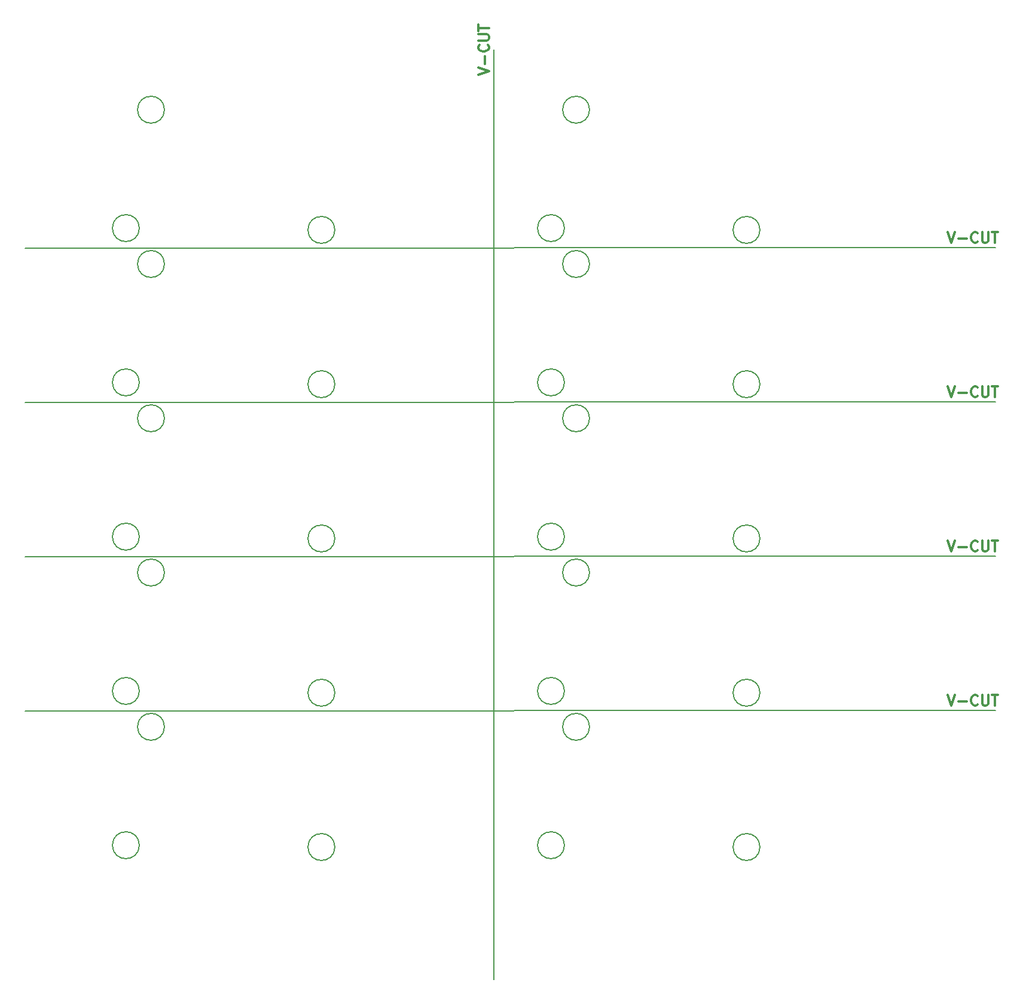
<source format=gbr>
G04 #@! TF.GenerationSoftware,KiCad,Pcbnew,6.0.0-rc1-unknown-240051f~66~ubuntu16.04.1*
G04 #@! TF.CreationDate,2019-05-15T15:01:05+02:00*
G04 #@! TF.ProjectId,m3_2x5_panel,6d335f32-7835-45f7-9061-6e656c2e6b69,rev?*
G04 #@! TF.SameCoordinates,Original*
G04 #@! TF.FileFunction,Other,Comment*
%FSLAX46Y46*%
G04 Gerber Fmt 4.6, Leading zero omitted, Abs format (unit mm)*
G04 Created by KiCad (PCBNEW 6.0.0-rc1-unknown-240051f~66~ubuntu16.04.1) date Mi 15 Mai 2019 15:01:05 CEST*
%MOMM*%
%LPD*%
G01*
G04 APERTURE LIST*
%ADD10C,0.200000*%
%ADD11C,0.300000*%
%ADD12C,0.150000*%
G04 APERTURE END LIST*
D10*
X70612000Y-122783600D02*
X208000600Y-122732800D01*
X70612000Y-100939600D02*
X208000600Y-100888800D01*
X70612000Y-79095600D02*
X208000600Y-79044800D01*
D11*
X201289885Y-120539771D02*
X201789885Y-122039771D01*
X202289885Y-120539771D01*
X202789885Y-121468342D02*
X203932742Y-121468342D01*
X205504171Y-121896914D02*
X205432742Y-121968342D01*
X205218457Y-122039771D01*
X205075600Y-122039771D01*
X204861314Y-121968342D01*
X204718457Y-121825485D01*
X204647028Y-121682628D01*
X204575600Y-121396914D01*
X204575600Y-121182628D01*
X204647028Y-120896914D01*
X204718457Y-120754057D01*
X204861314Y-120611200D01*
X205075600Y-120539771D01*
X205218457Y-120539771D01*
X205432742Y-120611200D01*
X205504171Y-120682628D01*
X206147028Y-120539771D02*
X206147028Y-121754057D01*
X206218457Y-121896914D01*
X206289885Y-121968342D01*
X206432742Y-122039771D01*
X206718457Y-122039771D01*
X206861314Y-121968342D01*
X206932742Y-121896914D01*
X207004171Y-121754057D01*
X207004171Y-120539771D01*
X207504171Y-120539771D02*
X208361314Y-120539771D01*
X207932742Y-122039771D02*
X207932742Y-120539771D01*
X201289885Y-98695771D02*
X201789885Y-100195771D01*
X202289885Y-98695771D01*
X202789885Y-99624342D02*
X203932742Y-99624342D01*
X205504171Y-100052914D02*
X205432742Y-100124342D01*
X205218457Y-100195771D01*
X205075600Y-100195771D01*
X204861314Y-100124342D01*
X204718457Y-99981485D01*
X204647028Y-99838628D01*
X204575600Y-99552914D01*
X204575600Y-99338628D01*
X204647028Y-99052914D01*
X204718457Y-98910057D01*
X204861314Y-98767200D01*
X205075600Y-98695771D01*
X205218457Y-98695771D01*
X205432742Y-98767200D01*
X205504171Y-98838628D01*
X206147028Y-98695771D02*
X206147028Y-99910057D01*
X206218457Y-100052914D01*
X206289885Y-100124342D01*
X206432742Y-100195771D01*
X206718457Y-100195771D01*
X206861314Y-100124342D01*
X206932742Y-100052914D01*
X207004171Y-99910057D01*
X207004171Y-98695771D01*
X207504171Y-98695771D02*
X208361314Y-98695771D01*
X207932742Y-100195771D02*
X207932742Y-98695771D01*
X201289885Y-76851771D02*
X201789885Y-78351771D01*
X202289885Y-76851771D01*
X202789885Y-77780342D02*
X203932742Y-77780342D01*
X205504171Y-78208914D02*
X205432742Y-78280342D01*
X205218457Y-78351771D01*
X205075600Y-78351771D01*
X204861314Y-78280342D01*
X204718457Y-78137485D01*
X204647028Y-77994628D01*
X204575600Y-77708914D01*
X204575600Y-77494628D01*
X204647028Y-77208914D01*
X204718457Y-77066057D01*
X204861314Y-76923200D01*
X205075600Y-76851771D01*
X205218457Y-76851771D01*
X205432742Y-76923200D01*
X205504171Y-76994628D01*
X206147028Y-76851771D02*
X206147028Y-78066057D01*
X206218457Y-78208914D01*
X206289885Y-78280342D01*
X206432742Y-78351771D01*
X206718457Y-78351771D01*
X206861314Y-78280342D01*
X206932742Y-78208914D01*
X207004171Y-78066057D01*
X207004171Y-76851771D01*
X207504171Y-76851771D02*
X208361314Y-76851771D01*
X207932742Y-78351771D02*
X207932742Y-76851771D01*
X134789171Y-32720314D02*
X136289171Y-32220314D01*
X134789171Y-31720314D01*
X135717742Y-31220314D02*
X135717742Y-30077457D01*
X136146314Y-28506028D02*
X136217742Y-28577457D01*
X136289171Y-28791742D01*
X136289171Y-28934600D01*
X136217742Y-29148885D01*
X136074885Y-29291742D01*
X135932028Y-29363171D01*
X135646314Y-29434600D01*
X135432028Y-29434600D01*
X135146314Y-29363171D01*
X135003457Y-29291742D01*
X134860600Y-29148885D01*
X134789171Y-28934600D01*
X134789171Y-28791742D01*
X134860600Y-28577457D01*
X134932028Y-28506028D01*
X134789171Y-27863171D02*
X136003457Y-27863171D01*
X136146314Y-27791742D01*
X136217742Y-27720314D01*
X136289171Y-27577457D01*
X136289171Y-27291742D01*
X136217742Y-27148885D01*
X136146314Y-27077457D01*
X136003457Y-27006028D01*
X134789171Y-27006028D01*
X134789171Y-26506028D02*
X134789171Y-25648885D01*
X136289171Y-26077457D02*
X134789171Y-26077457D01*
X201289885Y-55007771D02*
X201789885Y-56507771D01*
X202289885Y-55007771D01*
X202789885Y-55936342D02*
X203932742Y-55936342D01*
X205504171Y-56364914D02*
X205432742Y-56436342D01*
X205218457Y-56507771D01*
X205075600Y-56507771D01*
X204861314Y-56436342D01*
X204718457Y-56293485D01*
X204647028Y-56150628D01*
X204575600Y-55864914D01*
X204575600Y-55650628D01*
X204647028Y-55364914D01*
X204718457Y-55222057D01*
X204861314Y-55079200D01*
X205075600Y-55007771D01*
X205218457Y-55007771D01*
X205432742Y-55079200D01*
X205504171Y-55150628D01*
X206147028Y-55007771D02*
X206147028Y-56222057D01*
X206218457Y-56364914D01*
X206289885Y-56436342D01*
X206432742Y-56507771D01*
X206718457Y-56507771D01*
X206861314Y-56436342D01*
X206932742Y-56364914D01*
X207004171Y-56222057D01*
X207004171Y-55007771D01*
X207504171Y-55007771D02*
X208361314Y-55007771D01*
X207932742Y-56507771D02*
X207932742Y-55007771D01*
D10*
X70612000Y-57251600D02*
X208000600Y-57200800D01*
X137033000Y-29133800D02*
X136982200Y-160807400D01*
D12*
G04 #@! TO.C,REF\002A\002A*
X146984800Y-141808200D02*
G75*
G03X146984800Y-141808200I-1900000J0D01*
G01*
X86786800Y-141808200D02*
G75*
G03X86786800Y-141808200I-1900000J0D01*
G01*
X146984800Y-119964200D02*
G75*
G03X146984800Y-119964200I-1900000J0D01*
G01*
X86786800Y-119964200D02*
G75*
G03X86786800Y-119964200I-1900000J0D01*
G01*
X146984800Y-98120200D02*
G75*
G03X146984800Y-98120200I-1900000J0D01*
G01*
X86786800Y-98120200D02*
G75*
G03X86786800Y-98120200I-1900000J0D01*
G01*
X146984800Y-76276200D02*
G75*
G03X146984800Y-76276200I-1900000J0D01*
G01*
X86786800Y-76276200D02*
G75*
G03X86786800Y-76276200I-1900000J0D01*
G01*
X146984800Y-54432200D02*
G75*
G03X146984800Y-54432200I-1900000J0D01*
G01*
X150540800Y-125044200D02*
G75*
G03X150540800Y-125044200I-1900000J0D01*
G01*
X90342800Y-125044200D02*
G75*
G03X90342800Y-125044200I-1900000J0D01*
G01*
X150540800Y-103200200D02*
G75*
G03X150540800Y-103200200I-1900000J0D01*
G01*
X90342800Y-103200200D02*
G75*
G03X90342800Y-103200200I-1900000J0D01*
G01*
X150540800Y-81356200D02*
G75*
G03X150540800Y-81356200I-1900000J0D01*
G01*
X90342800Y-81356200D02*
G75*
G03X90342800Y-81356200I-1900000J0D01*
G01*
X150540800Y-59512200D02*
G75*
G03X150540800Y-59512200I-1900000J0D01*
G01*
X90342800Y-59512200D02*
G75*
G03X90342800Y-59512200I-1900000J0D01*
G01*
X150540800Y-37668200D02*
G75*
G03X150540800Y-37668200I-1900000J0D01*
G01*
X174670800Y-142062200D02*
G75*
G03X174670800Y-142062200I-1900000J0D01*
G01*
X114472800Y-142062200D02*
G75*
G03X114472800Y-142062200I-1900000J0D01*
G01*
X174670800Y-120218200D02*
G75*
G03X174670800Y-120218200I-1900000J0D01*
G01*
X114472800Y-120218200D02*
G75*
G03X114472800Y-120218200I-1900000J0D01*
G01*
X174670800Y-98374200D02*
G75*
G03X174670800Y-98374200I-1900000J0D01*
G01*
X114472800Y-98374200D02*
G75*
G03X114472800Y-98374200I-1900000J0D01*
G01*
X174670800Y-76530200D02*
G75*
G03X174670800Y-76530200I-1900000J0D01*
G01*
X114472800Y-76530200D02*
G75*
G03X114472800Y-76530200I-1900000J0D01*
G01*
X174670800Y-54686200D02*
G75*
G03X174670800Y-54686200I-1900000J0D01*
G01*
X90342800Y-37668200D02*
G75*
G03X90342800Y-37668200I-1900000J0D01*
G01*
X86786800Y-54432200D02*
G75*
G03X86786800Y-54432200I-1900000J0D01*
G01*
X114472800Y-54686200D02*
G75*
G03X114472800Y-54686200I-1900000J0D01*
G01*
G04 #@! TD*
M02*

</source>
